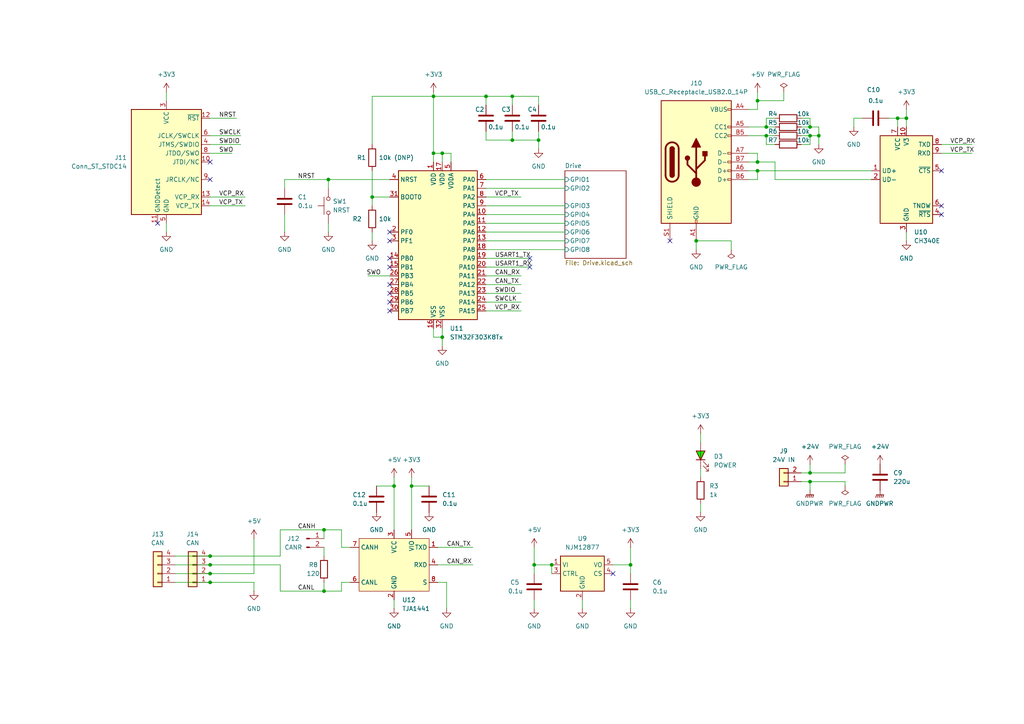
<source format=kicad_sch>
(kicad_sch (version 20231120) (generator "eeschema") (generator_version "8.0")
  (paper "A4")
  (lib_symbols
    (symbol "+24V_1" (power) (pin_numbers hide) (pin_names (offset 0) hide)
      (property "Value" "+24V" (at 0 3.556 0))
      (symbol "+24V_1_0_1"
        (polyline (pts (xy -0.762 1.27) (xy 0 2.54)))
        (polyline (pts (xy 0 0) (xy 0 2.54)))
        (polyline (pts (xy 0 2.54) (xy 0.762 1.27)))
      )
      (symbol "+24V_1_1_1"
        (pin power_in line (at 0 0 90) (length 0) (name "~") (number "1"))
      )
    )
    (symbol "+24V_2" (power) (pin_numbers hide) (pin_names (offset 0) hide)
      (property "Value" "+24V" (at 0 3.556 0))
      (symbol "+24V_2_0_1"
        (polyline (pts (xy -0.762 1.27) (xy 0 2.54)))
        (polyline (pts (xy 0 0) (xy 0 2.54)))
        (polyline (pts (xy 0 2.54) (xy 0.762 1.27)))
      )
      (symbol "+24V_2_1_1"
        (pin power_in line (at 0 0 90) (length 0) (name "~") (number "1"))
      )
    )
    (symbol "Air:NJM12877"
      (property "Reference" "U" (at 0 6.35 0))
      (property "Value" "NJM12877" (at 0 3.81 0))
      (symbol "NJM12877_1_1"
        (rectangle (start -6.35 2.54) (end 6.35 -7.62) (stroke (width 0.254)) (fill (type background)))
        (pin power_in line (at -8.89 0 0) (length 2.54) (name "VI") (number "1"))
        (pin power_in line (at 0 -10.16 90) (length 2.54) (name "GND") (number "2"))
        (pin passive line (at -8.89 -2.54 0) (length 2.54) (name "CTRL") (number "3"))
        (pin passive line (at 8.89 -2.54 180) (length 2.54) (name "CS") (number "4"))
        (pin power_out line (at 8.89 0 180) (length 2.54) (name "VO") (number "5"))
      )
    )
    (symbol "Air:TJA1441"
      (property "Reference" "U" (at -8.89 11.43 0))
      (property "Value" "TJA1441" (at -6.35 8.89 0))
      (symbol "TJA1441_1_1"
        (rectangle (start -10.16 7.62) (end 10.16 -7.62) (fill (type background)))
        (pin passive line (at 12.7 5.08 180) (length 2.54) (name "TXD") (number "1"))
        (pin power_in line (at 0 -10.16 90) (length 2.54) (name "GND") (number "2"))
        (pin power_in line (at 0 10.16 270) (length 2.54) (name "VCC") (number "3"))
        (pin passive line (at 12.7 0 180) (length 2.54) (name "RXD") (number "4"))
        (pin passive line (at 5.08 10.16 270) (length 2.54) (name "VIO") (number "5"))
        (pin passive line (at -12.7 -5.08 0) (length 2.54) (name "CANL") (number "6"))
        (pin passive line (at -12.7 5.08 0) (length 2.54) (name "CANH") (number "7"))
        (pin passive line (at 12.7 -5.08 180) (length 2.54) (name "S") (number "8"))
      )
    )
    (symbol "Connector:Conn_01x02_Pin" (pin_names (offset 1.016) hide)
      (property "Reference" "J" (at 0 2.54 0))
      (property "Value" "Conn_01x02_Pin" (at 0 -5.08 0))
      (symbol "Conn_01x02_Pin_1_1"
        (polyline (pts (xy 1.27 -2.54) (xy 0.8636 -2.54)) (stroke (width 0.1524)))
        (polyline (pts (xy 1.27 0) (xy 0.8636 0)) (stroke (width 0.1524)))
        (rectangle (start 0.8636 -2.413) (end 0 -2.667) (stroke (width 0.1524)) (fill (type outline)))
        (rectangle (start 0.8636 0.127) (end 0 -0.127) (stroke (width 0.1524)) (fill (type outline)))
        (pin passive line (at 5.08 0 180) (length 3.81) (name "Pin_1") (number "1"))
        (pin passive line (at 5.08 -2.54 180) (length 3.81) (name "Pin_2") (number "2"))
      )
    )
    (symbol "Connector:Conn_ST_STDC14"
      (property "Reference" "J" (at -8.89 16.51 0))
      (property "Value" "Conn_ST_STDC14" (at 17.78 16.51 0))
      (symbol "Conn_ST_STDC14_0_1"
        (rectangle (start -10.16 15.24) (end 10.16 -15.24) (stroke (width 0.254)) (fill (type background)))
      )
      (symbol "Conn_ST_STDC14_1_1"
        (pin no_connect line (at -10.16 5.08 0) (length 2.54) hide (name "NC") (number "1"))
        (pin output line (at 12.7 0 180) (length 2.54) (name "JTDI/NC") (number "10"))
        (pin passive line (at -2.54 -17.78 90) (length 2.54) (name "GNDDetect") (number "11"))
        (pin open_collector line (at 12.7 12.7 180) (length 2.54) (name "~{RST}") (number "12"))
        (pin output line (at 12.7 -10.16 180) (length 2.54) (name "VCP_RX") (number "13"))
        (pin input line (at 12.7 -12.7 180) (length 2.54) (name "VCP_TX") (number "14"))
        (pin no_connect line (at -10.16 2.54 0) (length 2.54) hide (name "NC") (number "2"))
        (pin power_in line (at 0 17.78 270) (length 2.54) (name "VCC") (number "3"))
        (pin bidirectional line (at 12.7 5.08 180) (length 2.54) (name "JTMS/SWDIO") (number "4"))
        (pin power_in line (at 0 -17.78 90) (length 2.54) (name "GND") (number "5"))
        (pin output line (at 12.7 7.62 180) (length 2.54) (name "JCLK/SWCLK") (number "6"))
        (pin passive line (at 0 -17.78 90) (length 2.54) hide (name "GND") (number "7"))
        (pin input line (at 12.7 2.54 180) (length 2.54) (name "JTDO/SWO") (number "8"))
        (pin input line (at 12.7 -5.08 180) (length 2.54) (name "JRCLK/NC") (number "9"))
      )
    )
    (symbol "Connector:USB_C_Receptacle_USB2.0_14P" (pin_names (offset 1.016))
      (property "Reference" "J" (at 0 22.225 0))
      (property "Value" "USB_C_Receptacle_USB2.0_14P" (at 0 19.685 0))
      (symbol "USB_C_Receptacle_USB2.0_14P_0_0"
        (rectangle (start -0.254 -17.78) (end 0.254 -16.764))
        (rectangle (start 10.16 -4.826) (end 9.144 -5.334))
        (rectangle (start 10.16 -2.286) (end 9.144 -2.794))
        (rectangle (start 10.16 0.254) (end 9.144 -0.254))
        (rectangle (start 10.16 2.794) (end 9.144 2.286))
        (rectangle (start 10.16 7.874) (end 9.144 7.366))
        (rectangle (start 10.16 10.414) (end 9.144 9.906))
        (rectangle (start 10.16 15.494) (end 9.144 14.986))
      )
      (symbol "USB_C_Receptacle_USB2.0_14P_0_1"
        (rectangle (start -10.16 17.78) (end 10.16 -17.78) (stroke (width 0.254)) (fill (type background)))
        (arc (start -8.89 -3.81) (mid -6.985 -5.7067) (end -5.08 -3.81) (stroke (width 0.508)))
        (arc (start -7.62 -3.81) (mid -6.985 -4.4423) (end -6.35 -3.81) (stroke (width 0.254)))
        (arc (start -7.62 -3.81) (mid -6.985 -4.4423) (end -6.35 -3.81) (stroke (width 0.254)) (fill (type outline)))
        (rectangle (start -7.62 -3.81) (end -6.35 3.81) (stroke (width 0.254)) (fill (type outline)))
        (arc (start -6.35 3.81) (mid -6.985 4.4423) (end -7.62 3.81) (stroke (width 0.254)))
        (arc (start -6.35 3.81) (mid -6.985 4.4423) (end -7.62 3.81) (stroke (width 0.254)) (fill (type outline)))
        (arc (start -5.08 3.81) (mid -6.985 5.7067) (end -8.89 3.81) (stroke (width 0.508)))
        (circle (center -2.54 1.143) (radius 0.635) (stroke (width 0.254)) (fill (type outline)))
        (circle (center 0 -5.842) (radius 1.27) (fill (type outline)))
        (polyline (pts (xy -8.89 -3.81) (xy -8.89 3.81)) (stroke (width 0.508)))
        (polyline (pts (xy -5.08 3.81) (xy -5.08 -3.81)) (stroke (width 0.508)))
        (polyline (pts (xy 0 -5.842) (xy 0 4.318)) (stroke (width 0.508)))
        (polyline (pts (xy 0 -3.302) (xy -2.54 -0.762) (xy -2.54 0.508)) (stroke (width 0.508)))
        (polyline (pts (xy 0 -2.032) (xy 2.54 0.508) (xy 2.54 1.778)) (stroke (width 0.508)))
        (polyline (pts (xy -1.27 4.318) (xy 0 6.858) (xy 1.27 4.318) (xy -1.27 4.318)) (stroke (width 0.254)) (fill (type outline)))
        (rectangle (start 1.905 1.778) (end 3.175 3.048) (stroke (width 0.254)) (fill (type outline)))
      )
      (symbol "USB_C_Receptacle_USB2.0_14P_1_1"
        (pin passive line (at 0 -22.86 90) (length 5.08) (name "GND") (number "A1"))
        (pin passive line (at 0 -22.86 90) (length 5.08) hide (name "GND") (number "A12"))
        (pin passive line (at 15.24 15.24 180) (length 5.08) (name "VBUS") (number "A4"))
        (pin bidirectional line (at 15.24 10.16 180) (length 5.08) (name "CC1") (number "A5"))
        (pin bidirectional line (at 15.24 -2.54 180) (length 5.08) (name "D+") (number "A6"))
        (pin bidirectional line (at 15.24 2.54 180) (length 5.08) (name "D-") (number "A7"))
        (pin passive line (at 15.24 15.24 180) (length 5.08) hide (name "VBUS") (number "A9"))
        (pin passive line (at 0 -22.86 90) (length 5.08) hide (name "GND") (number "B1"))
        (pin passive line (at 0 -22.86 90) (length 5.08) hide (name "GND") (number "B12"))
        (pin passive line (at 15.24 15.24 180) (length 5.08) hide (name "VBUS") (number "B4"))
        (pin bidirectional line (at 15.24 7.62 180) (length 5.08) (name "CC2") (number "B5"))
        (pin bidirectional line (at 15.24 -5.08 180) (length 5.08) (name "D+") (number "B6"))
        (pin bidirectional line (at 15.24 0 180) (length 5.08) (name "D-") (number "B7"))
        (pin passive line (at 15.24 15.24 180) (length 5.08) hide (name "VBUS") (number "B9"))
        (pin passive line (at -7.62 -22.86 90) (length 5.08) (name "SHIELD") (number "S1"))
      )
    )
    (symbol "Connector_Generic:Conn_01x02" (pin_names (offset 1.016) hide)
      (property "Reference" "J" (at 0 2.54 0))
      (property "Value" "Conn_01x02" (at 0 -5.08 0))
      (symbol "Conn_01x02_1_1"
        (rectangle (start -1.27 -2.413) (end 0 -2.667) (stroke (width 0.1524)))
        (rectangle (start -1.27 0.127) (end 0 -0.127) (stroke (width 0.1524)))
        (rectangle (start -1.27 1.27) (end 1.27 -3.81) (stroke (width 0.254)) (fill (type background)))
        (pin passive line (at -5.08 0 0) (length 3.81) (name "Pin_1") (number "1"))
        (pin passive line (at -5.08 -2.54 0) (length 3.81) (name "Pin_2") (number "2"))
      )
    )
    (symbol "Connector_Generic:Conn_01x04" (pin_names (offset 1.016) hide)
      (property "Reference" "J" (at 0 5.08 0))
      (property "Value" "Conn_01x04" (at 0 -7.62 0))
      (symbol "Conn_01x04_1_1"
        (rectangle (start -1.27 -4.953) (end 0 -5.207) (stroke (width 0.1524)))
        (rectangle (start -1.27 -2.413) (end 0 -2.667) (stroke (width 0.1524)))
        (rectangle (start -1.27 0.127) (end 0 -0.127) (stroke (width 0.1524)))
        (rectangle (start -1.27 2.667) (end 0 2.413) (stroke (width 0.1524)))
        (rectangle (start -1.27 3.81) (end 1.27 -6.35) (stroke (width 0.254)) (fill (type background)))
        (pin passive line (at -5.08 2.54 0) (length 3.81) (name "Pin_1") (number "1"))
        (pin passive line (at -5.08 0 0) (length 3.81) (name "Pin_2") (number "2"))
        (pin passive line (at -5.08 -2.54 0) (length 3.81) (name "Pin_3") (number "3"))
        (pin passive line (at -5.08 -5.08 0) (length 3.81) (name "Pin_4") (number "4"))
      )
    )
    (symbol "Device:C" (pin_numbers hide) (pin_names (offset 0.254))
      (property "Reference" "C" (at 0.635 2.54 0))
      (property "Value" "C" (at 0.635 -2.54 0))
      (symbol "C_0_1"
        (polyline (pts (xy -2.032 -0.762) (xy 2.032 -0.762)) (stroke (width 0.508)))
        (polyline (pts (xy -2.032 0.762) (xy 2.032 0.762)) (stroke (width 0.508)))
      )
      (symbol "C_1_1"
        (pin passive line (at 0 3.81 270) (length 2.794) (name "~") (number "1"))
        (pin passive line (at 0 -3.81 90) (length 2.794) (name "~") (number "2"))
      )
    )
    (symbol "Device:LED" (pin_numbers hide) (pin_names (offset 1.016) hide)
      (property "Reference" "D3" (at -0.3174 -3.81 90))
      (property "Value" "POWER" (at -2.8574 -3.81 90))
      (symbol "LED_0_1"
        (polyline (pts (xy -1.27 -1.27) (xy -1.27 1.27)) (stroke (width 0.254)))
        (polyline (pts (xy -1.27 0) (xy 1.27 0)))
        (polyline (pts (xy 1.27 -1.27) (xy 1.27 1.27) (xy -1.27 0) (xy 1.27 -1.27)) (stroke (width 0.254)) (fill (type color) (color 0 255 0 1)))
        (polyline (pts (xy -3.048 -0.762) (xy -4.572 -2.286) (xy -3.81 -2.286) (xy -4.572 -2.286) (xy -4.572 -1.524)))
        (polyline (pts (xy -1.778 -0.762) (xy -3.302 -2.286) (xy -2.54 -2.286) (xy -3.302 -2.286) (xy -3.302 -1.524)))
      )
      (symbol "LED_1_1"
        (pin passive line (at -3.81 0 0) (length 2.54) (name "K") (number "1"))
        (pin passive line (at 3.81 0 180) (length 2.54) (name "A") (number "2"))
      )
    )
    (symbol "Device:R" (pin_numbers hide) (pin_names (offset 0))
      (property "Reference" "R" (at 2.032 0 90))
      (property "Value" "R" (at 0 0 90))
      (symbol "R_0_1"
        (rectangle (start -1.016 -2.54) (end 1.016 2.54) (stroke (width 0.254)))
      )
      (symbol "R_1_1"
        (pin passive line (at 0 3.81 270) (length 1.27) (name "~") (number "1"))
        (pin passive line (at 0 -3.81 90) (length 1.27) (name "~") (number "2"))
      )
    )
    (symbol "GNDPWR_1" (power) (pin_numbers hide) (pin_names (offset 0) hide)
      (property "Value" "GNDPWR" (at 0 -3.302 0))
      (symbol "GNDPWR_1_0_1"
        (polyline (pts (xy 0 -1.27) (xy 0 0)))
        (polyline (pts (xy -1.016 -1.27) (xy -1.27 -2.032) (xy -1.27 -2.032)) (stroke (width 0.2032)))
        (polyline (pts (xy -0.508 -1.27) (xy -0.762 -2.032) (xy -0.762 -2.032)) (stroke (width 0.2032)))
        (polyline (pts (xy 0 -1.27) (xy -0.254 -2.032) (xy -0.254 -2.032)) (stroke (width 0.2032)))
        (polyline (pts (xy 0.508 -1.27) (xy 0.254 -2.032) (xy 0.254 -2.032)) (stroke (width 0.2032)))
        (polyline (pts (xy 1.016 -1.27) (xy -1.016 -1.27) (xy -1.016 -1.27)) (stroke (width 0.2032)))
        (polyline (pts (xy 1.016 -1.27) (xy 0.762 -2.032) (xy 0.762 -2.032) (xy 0.762 -2.032)) (stroke (width 0.2032)))
      )
      (symbol "GNDPWR_1_1_1"
        (pin power_in line (at 0 0 270) (length 0) (name "~") (number "1"))
      )
    )
    (symbol "GND_2" (power) (pin_numbers hide) (pin_names (offset 0) hide)
      (property "Value" "GND" (at 0 -3.81 0))
      (symbol "GND_2_0_1"
        (polyline (pts (xy 0 0) (xy 0 -1.27) (xy 1.27 -1.27) (xy 0 -2.54) (xy -1.27 -1.27) (xy 0 -1.27)))
      )
      (symbol "GND_2_1_1"
        (pin power_in line (at 0 0 270) (length 0) (name "~") (number "1"))
      )
    )
    (symbol "GND_3" (power) (pin_numbers hide) (pin_names (offset 0) hide)
      (property "Value" "GND" (at 0 -3.81 0))
      (symbol "GND_3_0_1"
        (polyline (pts (xy 0 0) (xy 0 -1.27) (xy 1.27 -1.27) (xy 0 -2.54) (xy -1.27 -1.27) (xy 0 -1.27)))
      )
      (symbol "GND_3_1_1"
        (pin power_in line (at 0 0 270) (length 0) (name "~") (number "1"))
      )
    )
    (symbol "GND_4" (power) (pin_numbers hide) (pin_names (offset 0) hide)
      (property "Value" "GND" (at 0 -3.81 0))
      (symbol "GND_4_0_1"
        (polyline (pts (xy 0 0) (xy 0 -1.27) (xy 1.27 -1.27) (xy 0 -2.54) (xy -1.27 -1.27) (xy 0 -1.27)))
      )
      (symbol "GND_4_1_1"
        (pin power_in line (at 0 0 270) (length 0) (name "~") (number "1"))
      )
    )
    (symbol "GND_5" (power) (pin_numbers hide) (pin_names (offset 0) hide)
      (property "Value" "GND" (at 0 -3.81 0))
      (symbol "GND_5_0_1"
        (polyline (pts (xy 0 0) (xy 0 -1.27) (xy 1.27 -1.27) (xy 0 -2.54) (xy -1.27 -1.27) (xy 0 -1.27)))
      )
      (symbol "GND_5_1_1"
        (pin power_in line (at 0 0 270) (length 0) (name "~") (number "1"))
      )
    )
    (symbol "GND_6" (power) (pin_numbers hide) (pin_names (offset 0) hide)
      (property "Value" "GND" (at 0 -3.81 0))
      (symbol "GND_6_0_1"
        (polyline (pts (xy 0 0) (xy 0 -1.27) (xy 1.27 -1.27) (xy 0 -2.54) (xy -1.27 -1.27) (xy 0 -1.27)))
      )
      (symbol "GND_6_1_1"
        (pin power_in line (at 0 0 270) (length 0) (name "~") (number "1"))
      )
    )
    (symbol "Interface_USB:CH340E"
      (property "Reference" "U10" (at 2.1941 -15.24 0))
      (property "Value" "CH340E" (at 2.1941 -17.78 0))
      (symbol "CH340E_0_1"
        (rectangle (start -7.62 12.7) (end 7.62 -12.7) (stroke (width 0.254)) (fill (type background)))
      )
      (symbol "CH340E_1_1"
        (pin bidirectional line (at -10.16 2.54 0) (length 2.54) (name "UD+") (number "1"))
        (pin power_in line (at 0 15.24 270) (length 2.54) (name "V3") (number "10"))
        (pin bidirectional line (at -10.16 0 0) (length 2.54) (name "UD-") (number "2"))
        (pin power_in line (at 0 -15.24 90) (length 2.54) (name "GND") (number "3"))
        (pin output line (at 10.16 -10.16 180) (length 2.54) (name "~{RTS}") (number "4"))
        (pin input line (at 10.16 2.54 180) (length 2.54) (name "~{CTS}") (number "5"))
        (pin output line (at 10.16 -7.62 180) (length 2.54) (name "TNOW") (number "6"))
        (pin power_in line (at -2.54 15.24 270) (length 2.54) (name "VCC") (number "7"))
        (pin output line (at 10.16 10.16 180) (length 2.54) (name "TXD") (number "8"))
        (pin input line (at 10.16 7.62 180) (length 2.54) (name "RXD") (number "9"))
      )
    )
    (symbol "MCU_ST_STM32F3:STM32F303K8Tx"
      (property "Reference" "U" (at -12.7 21.59 0))
      (property "Value" "STM32F303K8Tx" (at 5.08 21.59 0))
      (symbol "STM32F303K8Tx_0_1"
        (rectangle (start -12.7 -22.86) (end 10.16 20.32) (stroke (width 0.254)) (fill (type background)))
      )
      (symbol "STM32F303K8Tx_1_1"
        (pin power_in line (at -2.54 22.86 270) (length 2.54) (name "VDD") (number "1"))
        (pin bidirectional line (at 12.7 7.62 180) (length 2.54) (name "PA4") (number "10"))
        (pin bidirectional line (at 12.7 5.08 180) (length 2.54) (name "PA5") (number "11"))
        (pin bidirectional line (at 12.7 2.54 180) (length 2.54) (name "PA6") (number "12"))
        (pin bidirectional line (at 12.7 0 180) (length 2.54) (name "PA7") (number "13"))
        (pin bidirectional line (at -15.24 -5.08 0) (length 2.54) (name "PB0") (number "14"))
        (pin bidirectional line (at -15.24 -7.62 0) (length 2.54) (name "PB1") (number "15"))
        (pin power_in line (at -2.54 -25.4 90) (length 2.54) (name "VSS") (number "16"))
        (pin power_in line (at 0 22.86 270) (length 2.54) (name "VDD") (number "17"))
        (pin bidirectional line (at 12.7 -2.54 180) (length 2.54) (name "PA8") (number "18"))
        (pin bidirectional line (at 12.7 -5.08 180) (length 2.54) (name "PA9") (number "19"))
        (pin input line (at -15.24 2.54 0) (length 2.54) (name "PF0") (number "2"))
        (pin bidirectional line (at 12.7 -7.62 180) (length 2.54) (name "PA10") (number "20"))
        (pin bidirectional line (at 12.7 -10.16 180) (length 2.54) (name "PA11") (number "21"))
        (pin bidirectional line (at 12.7 -12.7 180) (length 2.54) (name "PA12") (number "22"))
        (pin bidirectional line (at 12.7 -15.24 180) (length 2.54) (name "PA13") (number "23"))
        (pin bidirectional line (at 12.7 -17.78 180) (length 2.54) (name "PA14") (number "24"))
        (pin bidirectional line (at 12.7 -20.32 180) (length 2.54) (name "PA15") (number "25"))
        (pin bidirectional line (at -15.24 -10.16 0) (length 2.54) (name "PB3") (number "26"))
        (pin bidirectional line (at -15.24 -12.7 0) (length 2.54) (name "PB4") (number "27"))
        (pin bidirectional line (at -15.24 -15.24 0) (length 2.54) (name "PB5") (number "28"))
        (pin bidirectional line (at -15.24 -17.78 0) (length 2.54) (name "PB6") (number "29"))
        (pin input line (at -15.24 0 0) (length 2.54) (name "PF1") (number "3"))
        (pin bidirectional line (at -15.24 -20.32 0) (length 2.54) (name "PB7") (number "30"))
        (pin input line (at -15.24 12.7 0) (length 2.54) (name "BOOT0") (number "31"))
        (pin power_in line (at 0 -25.4 90) (length 2.54) (name "VSS") (number "32"))
        (pin input line (at -15.24 17.78 0) (length 2.54) (name "NRST") (number "4"))
        (pin power_in line (at 2.54 22.86 270) (length 2.54) (name "VDDA") (number "5"))
        (pin bidirectional line (at 12.7 17.78 180) (length 2.54) (name "PA0") (number "6"))
        (pin bidirectional line (at 12.7 15.24 180) (length 2.54) (name "PA1") (number "7"))
        (pin bidirectional line (at 12.7 12.7 180) (length 2.54) (name "PA2") (number "8"))
        (pin bidirectional line (at 12.7 10.16 180) (length 2.54) (name "PA3") (number "9"))
      )
    )
    (symbol "Switch:SW_Push" (pin_numbers hide) (pin_names (offset 1.016) hide)
      (property "Reference" "SW" (at 1.27 2.54 0))
      (property "Value" "SW_Push" (at 0 -1.524 0))
      (symbol "SW_Push_0_1"
        (circle (center -2.032 0) (radius 0.508))
        (polyline (pts (xy 0 1.27) (xy 0 3.048)))
        (polyline (pts (xy 2.54 1.27) (xy -2.54 1.27)))
        (circle (center 2.032 0) (radius 0.508))
        (pin passive line (at -5.08 0 0) (length 2.54) (name "1") (number "1"))
        (pin passive line (at 5.08 0 180) (length 2.54) (name "2") (number "2"))
      )
    )
    (symbol "power:+3V3" (power) (pin_numbers hide) (pin_names (offset 0) hide)
      (property "Value" "+3V3" (at 0 3.556 0))
      (symbol "+3V3_0_1"
        (polyline (pts (xy -0.762 1.27) (xy 0 2.54)))
        (polyline (pts (xy 0 0) (xy 0 2.54)))
        (polyline (pts (xy 0 2.54) (xy 0.762 1.27)))
      )
      (symbol "+3V3_1_1"
        (pin power_in line (at 0 0 90) (length 0) (name "~") (number "1"))
      )
    )
    (symbol "power:+5V" (power) (pin_numbers hide) (pin_names (offset 0) hide)
      (property "Value" "+5V" (at 0 3.556 0))
      (symbol "+5V_0_1"
        (polyline (pts (xy -0.762 1.27) (xy 0 2.54)))
        (polyline (pts (xy 0 0) (xy 0 2.54)))
        (polyline (pts (xy 0 2.54) (xy 0.762 1.27)))
      )
      (symbol "+5V_1_1"
        (pin power_in line (at 0 0 90) (length 0) (name "~") (number "1"))
      )
    )
    (symbol "power:GND" (power) (pin_numbers hide) (pin_names (offset 0) hide)
      (property "Value" "GND" (at 0 -3.81 0))
      (symbol "GND_0_1"
        (polyline (pts (xy 0 0) (xy 0 -1.27) (xy 1.27 -1.27) (xy 0 -2.54) (xy -1.27 -1.27) (xy 0 -1.27)))
      )
      (symbol "GND_1_1"
        (pin power_in line (at 0 0 270) (length 0) (name "~") (number "1"))
      )
    )
    (symbol "power:GNDPWR" (power) (pin_numbers hide) (pin_names (offset 0) hide)
      (property "Value" "GNDPWR" (at 0 -3.302 0))
      (symbol "GNDPWR_0_1"
        (polyline (pts (xy 0 -1.27) (xy 0 0)))
        (polyline (pts (xy -1.016 -1.27) (xy -1.27 -2.032) (xy -1.27 -2.032)) (stroke (width 0.2032)))
        (polyline (pts (xy -0.508 -1.27) (xy -0.762 -2.032) (xy -0.762 -2.032)) (stroke (width 0.2032)))
        (polyline (pts (xy 0 -1.27) (xy -0.254 -2.032) (xy -0.254 -2.032)) (stroke (width 0.2032)))
        (polyline (pts (xy 0.508 -1.27) (xy 0.254 -2.032) (xy 0.254 -2.032)) (stroke (width 0.2032)))
        (polyline (pts (xy 1.016 -1.27) (xy -1.016 -1.27) (xy -1.016 -1.27)) (stroke (width 0.2032)))
        (polyline (pts (xy 1.016 -1.27) (xy 0.762 -2.032) (xy 0.762 -2.032) (xy 0.762 -2.032)) (stroke (width 0.2032)))
      )
      (symbol "GNDPWR_1_1"
        (pin power_in line (at 0 0 270) (length 0) (name "~") (number "1"))
      )
    )
    (symbol "power:PWR_FLAG" (power) (pin_numbers hide) (pin_names (offset 0) hide)
      (property "Value" "PWR_FLAG" (at 0 3.81 0))
      (symbol "PWR_FLAG_0_0"
        (pin power_out line (at 0 0 90) (length 0) (name "~") (number "1"))
      )
      (symbol "PWR_FLAG_0_1"
        (polyline (pts (xy 0 0) (xy 0 1.27) (xy -1.016 1.905) (xy 0 2.54) (xy 1.016 1.905) (xy 0 1.27)))
      )
    )
  )
  (junction (at 148.59 27.94))
  (junction (at 234.95 39.37))
  (junction (at 95.25 52.07))
  (junction (at 125.73 44.45))
  (junction (at 148.59 40.64))
  (junction (at 60.96 163.83))
  (junction (at 234.95 137.16))
  (junction (at 154.94 163.83))
  (junction (at 93.98 153.67))
  (junction (at 260.35 34.29))
  (junction (at 219.71 29.21))
  (junction (at 234.95 36.83))
  (junction (at 234.95 139.7))
  (junction (at 107.95 57.15))
  (junction (at 262.89 34.29))
  (junction (at 160.02 163.83))
  (junction (at 128.27 44.45))
  (junction (at 182.88 163.83))
  (junction (at 222.25 36.83))
  (junction (at 60.96 166.37))
  (junction (at 219.71 49.53))
  (junction (at 222.25 39.37))
  (junction (at 60.96 161.29))
  (junction (at 156.21 40.64))
  (junction (at 114.3 140.97))
  (junction (at 140.97 27.94))
  (junction (at 201.93 69.85))
  (junction (at 219.71 46.99))
  (junction (at 237.49 39.37))
  (junction (at 125.73 27.94))
  (junction (at 128.27 97.79))
  (junction (at 93.98 171.45))
  (junction (at 119.38 140.97))
  (junction (at 60.96 168.91))
  (no_connect (at 113.03 90.17))
  (no_connect (at 194.31 69.85))
  (no_connect (at 60.96 46.99))
  (no_connect (at 113.03 85.09))
  (no_connect (at 113.03 74.93))
  (no_connect (at 273.05 62.23))
  (no_connect (at 113.03 69.85))
  (no_connect (at 273.05 59.69))
  (no_connect (at 153.67 74.93))
  (no_connect (at 113.03 77.47))
  (no_connect (at 45.72 64.77))
  (no_connect (at 273.05 49.53))
  (no_connect (at 153.67 77.47))
  (no_connect (at 113.03 82.55))
  (no_connect (at 113.03 87.63))
  (no_connect (at 60.96 52.07))
  (no_connect (at 177.8 166.37))
  (no_connect (at 113.03 67.31))
  (wire (pts (xy 182.88 163.83) (xy 182.88 166.37)))
  (wire (pts (xy 154.94 163.83) (xy 154.94 158.75)))
  (wire (pts (xy 82.55 62.23) (xy 82.55 67.31)))
  (wire (pts (xy 99.06 158.75) (xy 101.6 158.75)))
  (wire (pts (xy 50.8 168.91) (xy 60.96 168.91)))
  (wire (pts (xy 140.97 72.39) (xy 163.83 72.39)))
  (wire (pts (xy 234.95 41.91) (xy 234.95 39.37)))
  (wire (pts (xy 140.97 57.15) (xy 151.13 57.15)))
  (wire (pts (xy 48.26 26.67) (xy 48.26 29.21)))
  (wire (pts (xy 95.25 54.61) (xy 95.25 52.07)))
  (wire (pts (xy 109.22 140.97) (xy 114.3 140.97)))
  (wire (pts (xy 50.8 161.29) (xy 60.96 161.29)))
  (wire (pts (xy 128.27 95.25) (xy 128.27 97.79)))
  (wire (pts (xy 50.8 163.83) (xy 60.96 163.83)))
  (wire (pts (xy 140.97 74.93) (xy 153.67 74.93)))
  (wire (pts (xy 237.49 39.37) (xy 237.49 36.83)))
  (wire (pts (xy 201.93 69.85) (xy 201.93 72.39)))
  (wire (pts (xy 60.96 57.15) (xy 71.12 57.15)))
  (wire (pts (xy 140.97 85.09) (xy 151.13 85.09)))
  (wire (pts (xy 119.38 138.43) (xy 119.38 140.97)))
  (wire (pts (xy 140.97 30.48) (xy 140.97 27.94)))
  (wire (pts (xy 140.97 77.47) (xy 153.67 77.47)))
  (wire (pts (xy 140.97 27.94) (xy 148.59 27.94)))
  (wire (pts (xy 93.98 171.45) (xy 81.28 171.45)))
  (wire (pts (xy 148.59 27.94) (xy 156.21 27.94)))
  (wire (pts (xy 156.21 38.1) (xy 156.21 40.64)))
  (wire (pts (xy 60.96 163.83) (xy 81.28 163.83)))
  (wire (pts (xy 140.97 59.69) (xy 163.83 59.69)))
  (wire (pts (xy 234.95 139.7) (xy 234.95 142.24)))
  (wire (pts (xy 93.98 153.67) (xy 81.28 153.67)))
  (wire (pts (xy 224.79 52.07) (xy 252.73 52.07)))
  (wire (pts (xy 250.19 34.29) (xy 247.65 34.29)))
  (wire (pts (xy 60.96 34.29) (xy 68.58 34.29)))
  (wire (pts (xy 93.98 171.45) (xy 99.06 171.45)))
  (wire (pts (xy 119.38 140.97) (xy 119.38 153.67)))
  (wire (pts (xy 257.81 34.29) (xy 260.35 34.29)))
  (wire (pts (xy 260.35 34.29) (xy 260.35 36.83)))
  (wire (pts (xy 99.06 168.91) (xy 99.06 171.45)))
  (wire (pts (xy 245.11 137.16) (xy 234.95 137.16)))
  (wire (pts (xy 125.73 44.45) (xy 125.73 46.99)))
  (wire (pts (xy 125.73 27.94) (xy 125.73 44.45)))
  (wire (pts (xy 219.71 26.67) (xy 219.71 29.21)))
  (wire (pts (xy 148.59 40.64) (xy 148.59 38.1)))
  (wire (pts (xy 140.97 52.07) (xy 163.83 52.07)))
  (wire (pts (xy 81.28 153.67) (xy 81.28 161.29)))
  (wire (pts (xy 203.2 125.73) (xy 203.2 128.27)))
  (wire (pts (xy 222.25 34.29) (xy 222.25 36.83)))
  (wire (pts (xy 127 163.83) (xy 137.16 163.83)))
  (wire (pts (xy 212.09 72.39) (xy 212.09 69.85)))
  (wire (pts (xy 224.79 34.29) (xy 222.25 34.29)))
  (wire (pts (xy 219.71 29.21) (xy 219.71 31.75)))
  (wire (pts (xy 93.98 158.75) (xy 93.98 161.29)))
  (wire (pts (xy 130.81 46.99) (xy 130.81 44.45)))
  (wire (pts (xy 156.21 40.64) (xy 156.21 43.18)))
  (wire (pts (xy 156.21 40.64) (xy 148.59 40.64)))
  (wire (pts (xy 245.11 134.62) (xy 245.11 137.16)))
  (wire (pts (xy 125.73 27.94) (xy 140.97 27.94)))
  (wire (pts (xy 73.66 156.21) (xy 73.66 166.37)))
  (wire (pts (xy 125.73 26.67) (xy 125.73 27.94)))
  (wire (pts (xy 273.05 44.45) (xy 281.94 44.45)))
  (wire (pts (xy 128.27 44.45) (xy 130.81 44.45)))
  (wire (pts (xy 262.89 34.29) (xy 262.89 36.83)))
  (wire (pts (xy 124.46 140.97) (xy 119.38 140.97)))
  (wire (pts (xy 245.11 140.97) (xy 245.11 139.7)))
  (wire (pts (xy 224.79 41.91) (xy 222.25 41.91)))
  (wire (pts (xy 125.73 95.25) (xy 125.73 97.79)))
  (wire (pts (xy 232.41 137.16) (xy 234.95 137.16)))
  (wire (pts (xy 217.17 49.53) (xy 219.71 49.53)))
  (wire (pts (xy 106.68 80.01) (xy 113.03 80.01)))
  (wire (pts (xy 182.88 158.75) (xy 182.88 163.83)))
  (wire (pts (xy 219.71 52.07) (xy 217.17 52.07)))
  (wire (pts (xy 182.88 173.99) (xy 182.88 176.53)))
  (wire (pts (xy 219.71 49.53) (xy 219.71 52.07)))
  (wire (pts (xy 129.54 168.91) (xy 127 168.91)))
  (wire (pts (xy 140.97 38.1) (xy 140.97 40.64)))
  (wire (pts (xy 93.98 168.91) (xy 93.98 171.45)))
  (wire (pts (xy 160.02 163.83) (xy 160.02 166.37)))
  (wire (pts (xy 107.95 41.91) (xy 107.95 27.94)))
  (wire (pts (xy 60.96 161.29) (xy 81.28 161.29)))
  (wire (pts (xy 201.93 69.85) (xy 212.09 69.85)))
  (wire (pts (xy 114.3 140.97) (xy 114.3 153.67)))
  (wire (pts (xy 125.73 44.45) (xy 128.27 44.45)))
  (wire (pts (xy 160.02 163.83) (xy 154.94 163.83)))
  (wire (pts (xy 154.94 166.37) (xy 154.94 163.83)))
  (wire (pts (xy 222.25 39.37) (xy 224.79 39.37)))
  (wire (pts (xy 177.8 163.83) (xy 182.88 163.83)))
  (wire (pts (xy 60.96 59.69) (xy 71.12 59.69)))
  (wire (pts (xy 140.97 80.01) (xy 151.13 80.01)))
  (wire (pts (xy 140.97 87.63) (xy 151.13 87.63)))
  (wire (pts (xy 95.25 52.07) (xy 113.03 52.07)))
  (wire (pts (xy 273.05 41.91) (xy 281.94 41.91)))
  (wire (pts (xy 140.97 54.61) (xy 163.83 54.61)))
  (wire (pts (xy 262.89 31.75) (xy 262.89 34.29)))
  (wire (pts (xy 219.71 44.45) (xy 219.71 46.99)))
  (wire (pts (xy 222.25 39.37) (xy 217.17 39.37)))
  (wire (pts (xy 128.27 100.33) (xy 128.27 97.79)))
  (wire (pts (xy 107.95 57.15) (xy 107.95 59.69)))
  (wire (pts (xy 262.89 34.29) (xy 260.35 34.29)))
  (wire (pts (xy 73.66 168.91) (xy 73.66 171.45)))
  (wire (pts (xy 140.97 40.64) (xy 148.59 40.64)))
  (wire (pts (xy 232.41 36.83) (xy 234.95 36.83)))
  (wire (pts (xy 125.73 97.79) (xy 128.27 97.79)))
  (wire (pts (xy 127 158.75) (xy 137.16 158.75)))
  (wire (pts (xy 107.95 57.15) (xy 113.03 57.15)))
  (wire (pts (xy 234.95 34.29) (xy 234.95 36.83)))
  (wire (pts (xy 93.98 153.67) (xy 99.06 153.67)))
  (wire (pts (xy 114.3 138.43) (xy 114.3 140.97)))
  (wire (pts (xy 219.71 29.21) (xy 227.33 29.21)))
  (wire (pts (xy 82.55 52.07) (xy 95.25 52.07)))
  (wire (pts (xy 60.96 44.45) (xy 67.31 44.45)))
  (wire (pts (xy 48.26 64.77) (xy 48.26 67.31)))
  (wire (pts (xy 82.55 52.07) (xy 82.55 54.61)))
  (wire (pts (xy 140.97 67.31) (xy 163.83 67.31)))
  (wire (pts (xy 219.71 31.75) (xy 217.17 31.75)))
  (wire (pts (xy 227.33 26.67) (xy 227.33 29.21)))
  (wire (pts (xy 81.28 163.83) (xy 81.28 171.45)))
  (wire (pts (xy 245.11 139.7) (xy 234.95 139.7)))
  (wire (pts (xy 232.41 34.29) (xy 234.95 34.29)))
  (wire (pts (xy 107.95 49.53) (xy 107.95 57.15)))
  (wire (pts (xy 232.41 41.91) (xy 234.95 41.91)))
  (wire (pts (xy 148.59 27.94) (xy 148.59 30.48)))
  (wire (pts (xy 60.96 41.91) (xy 69.85 41.91)))
  (wire (pts (xy 247.65 34.29) (xy 247.65 36.83)))
  (wire (pts (xy 107.95 67.31) (xy 107.95 69.85)))
  (wire (pts (xy 140.97 69.85) (xy 163.83 69.85)))
  (wire (pts (xy 156.21 27.94) (xy 156.21 30.48)))
  (wire (pts (xy 99.06 168.91) (xy 101.6 168.91)))
  (wire (pts (xy 222.25 36.83) (xy 217.17 36.83)))
  (wire (pts (xy 129.54 176.53) (xy 129.54 168.91)))
  (wire (pts (xy 140.97 82.55) (xy 151.13 82.55)))
  (wire (pts (xy 222.25 41.91) (xy 222.25 39.37)))
  (wire (pts (xy 203.2 135.89) (xy 203.2 138.43)))
  (wire (pts (xy 95.25 64.77) (xy 95.25 67.31)))
  (wire (pts (xy 107.95 27.94) (xy 125.73 27.94)))
  (wire (pts (xy 128.27 44.45) (xy 128.27 46.99)))
  (wire (pts (xy 140.97 90.17) (xy 151.13 90.17)))
  (wire (pts (xy 219.71 46.99) (xy 224.79 46.99)))
  (wire (pts (xy 60.96 168.91) (xy 73.66 168.91)))
  (wire (pts (xy 99.06 158.75) (xy 99.06 153.67)))
  (wire (pts (xy 262.89 67.31) (xy 262.89 69.85)))
  (wire (pts (xy 232.41 39.37) (xy 234.95 39.37)))
  (wire (pts (xy 217.17 44.45) (xy 219.71 44.45)))
  (wire (pts (xy 237.49 39.37) (xy 237.49 41.91)))
  (wire (pts (xy 140.97 62.23) (xy 163.83 62.23)))
  (wire (pts (xy 50.8 166.37) (xy 60.96 166.37)))
  (wire (pts (xy 222.25 36.83) (xy 224.79 36.83)))
  (wire (pts (xy 219.71 49.53) (xy 252.73 49.53)))
  (wire (pts (xy 232.41 139.7) (xy 234.95 139.7)))
  (wire (pts (xy 234.95 39.37) (xy 237.49 39.37)))
  (wire (pts (xy 93.98 153.67) (xy 93.98 156.21)))
  (wire (pts (xy 114.3 173.99) (xy 114.3 176.53)))
  (wire (pts (xy 217.17 46.99) (xy 219.71 46.99)))
  (wire (pts (xy 154.94 173.99) (xy 154.94 176.53)))
  (wire (pts (xy 60.96 39.37) (xy 69.85 39.37)))
  (wire (pts (xy 140.97 64.77) (xy 163.83 64.77)))
  (wire (pts (xy 73.66 166.37) (xy 60.96 166.37)))
  (wire (pts (xy 224.79 52.07) (xy 224.79 46.99)))
  (wire (pts (xy 234.95 36.83) (xy 237.49 36.83)))
  (wire (pts (xy 168.91 173.99) (xy 168.91 176.53)))
  (wire (pts (xy 234.95 137.16) (xy 234.95 134.62)))
  (wire (pts (xy 203.2 146.05) (xy 203.2 148.59)))
  (label "CAN_RX" (at 129.54 163.83 0))
  (label "VCP_TX" (at 143.51 57.15 0))
  (label "CANH" (at 86.36 153.67 0))
  (label "VCP_TX" (at 63.5 59.69 0))
  (label "NRST" (at 86.36 52.07 0))
  (label "SWDIO" (at 63.5 41.91 0))
  (label "SWCLK" (at 63.5 39.37 0))
  (label "USART1_TX" (at 143.51 74.93 0))
  (label "SWDIO" (at 143.51 85.09 0))
  (label "VCP_RX" (at 143.51 90.17 0))
  (label "VCP_RX" (at 63.5 57.15 0))
  (label "VCP_RX" (at 275.59 41.91 0))
  (label "SWO" (at 110.49 80.01 180))
  (label "VCP_TX" (at 275.59 44.45 0))
  (label "CAN_TX" (at 143.51 82.55 0))
  (label "NRST" (at 63.5 34.29 0))
  (label "CANL" (at 86.36 171.45 0))
  (label "USART1_RX" (at 143.51 77.47 0))
  (label "CAN_TX" (at 129.54 158.75 0))
  (label "SWCLK" (at 143.51 87.63 0))
  (label "CAN_RX" (at 143.51 80.01 0))
  (label "SWO" (at 63.5 44.45 0))
  (symbol (lib_name "GND_6") (lib_id "power:GND") (at 182.88 176.53 0) (unit 1)
    (property "Reference" "#PWR055" (effects (hide yes)))
    (property "Value" "GND" (at 182.88 181.61 0))
    (property "Description" "Power symbol creates a global label with name \"GND\" , ground" (effects (hide yes)))
  )
  (symbol (lib_id "power:GNDPWR") (at 255.27 142.24 0) (unit 1)
    (property "Reference" "#PWR030" (effects (hide yes)))
    (property "Value" "GNDPWR" (at 255.143 146.05 0))
    (property "Description" "Power symbol creates a global label with name \"GNDPWR\" , global ground" (effects (hide yes)))
  )
  (symbol (lib_id "power:GND") (at 247.65 36.83 0) (unit 1)
    (property "Reference" "#PWR048" (effects (hide yes)))
    (property "Value" "GND" (at 247.65 41.91 0))
    (property "Description" "Power symbol creates a global label with name \"GND\" , ground" (effects (hide yes)))
  )
  (symbol (lib_id "Device:C") (at 124.46 144.78 0) (unit 1)
    (property "Reference" "C11" (at 128.27 143.51 0) (effects (justify left)))
    (property "Value" "0.1u" (at 128.27 146.05 0) (effects (justify left)))
    (property "Footprint" "Capacitor_SMD:C_0603_1608Metric_Pad1.08x0.95mm_HandSolder" (effects (hide yes)))
    (property "Description" "Unpolarized capacitor" (effects (hide yes)))
  )
  (symbol (lib_name "GND_3") (lib_id "power:GND") (at 107.95 69.85 0) (unit 1)
    (property "Reference" "#PWR04" (effects (hide yes)))
    (property "Value" "GND" (at 107.95 74.93 0))
    (property "Description" "Power symbol creates a global label with name \"GND\" , ground" (effects (hide yes)))
  )
  (symbol (lib_id "power:+5V") (at 73.66 156.21 0) (unit 1)
    (property "Reference" "#PWR021" (effects (hide yes)))
    (property "Value" "+5V" (at 73.66 151.13 0))
    (property "Description" "Power symbol creates a global label with name \"+5V\"" (effects (hide yes)))
  )
  (symbol (lib_name "GND_3") (lib_id "power:GND") (at 82.55 67.31 0) (unit 1)
    (property "Reference" "#PWR08" (effects (hide yes)))
    (property "Value" "GND" (at 82.55 72.39 0))
    (property "Description" "Power symbol creates a global label with name \"GND\" , ground" (effects (hide yes)))
  )
  (symbol (lib_name "GND_4") (lib_id "power:GND") (at 48.26 67.31 0) (unit 1)
    (property "Reference" "#PWR09" (effects (hide yes)))
    (property "Value" "GND" (at 48.26 72.39 0))
    (property "Description" "Power symbol creates a global label with name \"GND\" , ground" (effects (hide yes)))
  )
  (symbol (lib_id "power:PWR_FLAG") (at 227.33 26.67 0) (unit 1)
    (property "Reference" "#FLG06" (effects (hide yes)))
    (property "Value" "PWR_FLAG" (at 227.33 21.59 0))
    (property "Description" "Special symbol for telling ERC where power comes from" (effects (hide yes)))
  )
  (symbol (lib_id "Air:NJM12877") (at 168.91 163.83 0) (unit 1)
    (property "Reference" "U9" (at 168.91 156.21 0))
    (property "Value" "NJM12877" (at 168.91 158.75 0))
    (property "Footprint" "Package_TO_SOT_SMD:SOT-23-5_HandSoldering" (effects (hide yes)))
    (property "Datasheet" "datasheets/njm12877.pdf" (effects (hide yes)))
  )
  (symbol (lib_id "Device:C") (at 154.94 170.18 0) (unit 1)
    (property "Reference" "C5" (at 147.955 168.91 0) (effects (justify left)))
    (property "Value" "0.1u" (at 147.32 171.45 0) (effects (justify left)))
    (property "Footprint" "Capacitor_SMD:C_0603_1608Metric_Pad1.08x0.95mm_HandSolder" (effects (hide yes)))
    (property "Description" "Unpolarized capacitor" (effects (hide yes)))
  )
  (symbol (lib_id "power:+3V3") (at 125.73 26.67 0) (unit 1)
    (property "Reference" "#PWR02" (effects (hide yes)))
    (property "Value" "+3V3" (at 125.73 21.59 0))
    (property "Description" "Power symbol creates a global label with name \"+3V3\"" (effects (hide yes)))
  )
  (symbol (lib_name "+24V_2") (lib_id "power:+24V") (at 255.27 134.62 0) (unit 1)
    (property "Reference" "#PWR029" (effects (hide yes)))
    (property "Value" "+24V" (at 255.27 129.54 0))
    (property "Description" "Power symbol creates a global label with name \"+24V\"" (effects (hide yes)))
  )
  (symbol (lib_id "Device:R") (at 107.95 63.5 0) (unit 1)
    (property "Reference" "R2" (at 102.235 63.5 0) (effects (justify left)))
    (property "Value" "10k" (at 109.855 63.5 0) (effects (justify left)))
    (property "Footprint" "Resistor_SMD:R_0603_1608Metric_Pad0.98x0.95mm_HandSolder" (effects (hide yes)))
    (property "Description" "Resistor" (effects (hide yes)))
  )
  (symbol (lib_name "GND_6") (lib_id "power:GND") (at 154.94 176.53 0) (unit 1)
    (property "Reference" "#PWR054" (effects (hide yes)))
    (property "Value" "GND" (at 154.94 181.61 0))
    (property "Description" "Power symbol creates a global label with name \"GND\" , ground" (effects (hide yes)))
  )
  (symbol (lib_id "power:PWR_FLAG") (at 245.11 134.62 0) (unit 1)
    (property "Reference" "#FLG01" (effects (hide yes)))
    (property "Value" "PWR_FLAG" (at 245.11 129.54 0))
    (property "Description" "Special symbol for telling ERC where power comes from" (effects (hide yes)))
  )
  (symbol (lib_id "power:GND") (at 128.27 100.33 0) (unit 1)
    (property "Reference" "#PWR052" (effects (hide yes)))
    (property "Value" "GND" (at 128.27 105.41 0))
    (property "Description" "Power symbol creates a global label with name \"GND\" , ground" (effects (hide yes)))
  )
  (symbol (lib_id "power:+3V3") (at 48.26 26.67 0) (unit 1)
    (property "Reference" "#PWR06" (effects (hide yes)))
    (property "Value" "+3V3" (at 48.26 21.59 0))
    (property "Description" "Power symbol creates a global label with name \"+3V3\"" (effects (hide yes)))
  )
  (symbol (lib_id "Device:LED") (at 203.2 132.08 90) (unit 1)
    (property "Reference" "D3" (at 207.01 132.3974 90) (effects (justify right)))
    (property "Value" "POWER" (at 207.01 134.9374 90) (effects (justify right)))
    (property "Footprint" "Diode_SMD:D_0603_1608Metric_Pad1.05x0.95mm_HandSolder" (effects (hide yes)))
    (property "Description" "Light emitting diode" (effects (hide yes)))
  )
  (symbol (lib_id "Device:C") (at 148.59 34.29 0) (unit 1)
    (property "Reference" "C3" (at 145.415 31.75 0) (effects (justify left)))
    (property "Value" "0.1u" (at 149.225 36.83 0) (effects (justify left)))
    (property "Footprint" "Capacitor_SMD:C_0603_1608Metric_Pad1.08x0.95mm_HandSolder" (effects (hide yes)))
    (property "Description" "Unpolarized capacitor" (effects (hide yes)))
  )
  (symbol (lib_id "power:PWR_FLAG") (at 212.09 72.39 180) (unit 1)
    (property "Reference" "#FLG05" (effects (hide yes)))
    (property "Value" "PWR_FLAG" (at 212.09 77.47 0))
    (property "Description" "Special symbol for telling ERC where power comes from" (effects (hide yes)))
  )
  (symbol (lib_id "Device:C") (at 255.27 138.43 0) (unit 1)
    (property "Reference" "C9" (at 259.08 137.1599 0) (effects (justify left)))
    (property "Value" "220u" (at 259.08 139.6999 0) (effects (justify left)))
    (property "Footprint" "Capacitor_SMD:CP_Elec_8x10" (effects (hide yes)))
    (property "Description" "Unpolarized capacitor" (effects (hide yes)))
  )
  (symbol (lib_name "GND_2") (lib_id "power:GND") (at 156.21 43.18 0) (unit 1)
    (property "Reference" "#PWR03" (effects (hide yes)))
    (property "Value" "GND" (at 156.21 48.26 0))
    (property "Description" "Power symbol creates a global label with name \"GND\" , ground" (effects (hide yes)))
  )
  (symbol (lib_id "Device:R") (at 228.6 41.91 90) (unit 1)
    (property "Reference" "R7" (at 224.155 40.64 90))
    (property "Value" "10k" (at 233.045 40.64 90))
    (property "Footprint" "Resistor_SMD:R_0603_1608Metric_Pad0.98x0.95mm_HandSolder" (effects (hide yes)))
    (property "Description" "Resistor" (effects (hide yes)))
  )
  (symbol (lib_id "power:PWR_FLAG") (at 245.11 140.97 180) (unit 1)
    (property "Reference" "#FLG02" (effects (hide yes)))
    (property "Value" "PWR_FLAG" (at 245.11 146.05 0))
    (property "Description" "Special symbol for telling ERC where power comes from" (effects (hide yes)))
  )
  (symbol (lib_id "Device:C") (at 182.88 170.18 0) (unit 1)
    (property "Reference" "C6" (at 189.23 168.9099 0) (effects (justify left)))
    (property "Value" "0.1u" (at 189.23 171.4499 0) (effects (justify left)))
    (property "Footprint" "Capacitor_SMD:C_0603_1608Metric_Pad1.08x0.95mm_HandSolder" (effects (hide yes)))
    (property "Description" "Unpolarized capacitor" (effects (hide yes)))
  )
  (symbol (lib_id "power:GND") (at 129.54 176.53 0) (unit 1)
    (property "Reference" "#PWR024" (effects (hide yes)))
    (property "Value" "GND" (at 129.54 181.61 0))
    (property "Description" "Power symbol creates a global label with name \"GND\" , ground" (effects (hide yes)))
  )
  (symbol (lib_id "power:+5V") (at 114.3 138.43 0) (unit 1)
    (property "Reference" "#PWR056" (effects (hide yes)))
    (property "Value" "+5V" (at 114.3 133.35 0))
    (property "Description" "Power symbol creates a global label with name \"+5V\"" (effects (hide yes)))
  )
  (symbol (lib_id "Connector_Generic:Conn_01x02") (at 227.33 139.7 180) (unit 1)
    (property "Reference" "J9" (at 227.33 130.81 0))
    (property "Value" "24V IN" (at 227.33 133.35 0))
    (property "Footprint" "Connector_AMASS:AMASS_XT60PW-M_1x02_P7.20mm_Horizontal" (effects (hide yes)))
    (property "Description" "Generic connector, single row, 01x02, script generated (kicad-library-utils/schlib/autogen/connector/)" (effects (hide yes)))
  )
  (symbol (lib_id "power:+3V3") (at 203.2 125.73 0) (unit 1)
    (property "Reference" "#PWR049" (effects (hide yes)))
    (property "Value" "+3V3" (at 203.2 120.65 0))
    (property "Description" "Power symbol creates a global label with name \"+3V3\"" (effects (hide yes)))
  )
  (symbol (lib_id "power:+3V3") (at 262.89 31.75 0) (unit 1)
    (property "Reference" "#PWR047" (effects (hide yes)))
    (property "Value" "+3V3" (at 262.89 26.67 0))
    (property "Description" "Power symbol creates a global label with name \"+3V3\"" (effects (hide yes)))
  )
  (symbol (lib_id "Connector:Conn_01x02_Pin") (at 88.9 156.21 0) (unit 1)
    (property "Reference" "J12" (at 85.09 156.21 0))
    (property "Value" "CANR" (at 85.09 158.75 0))
    (property "Footprint" "Connector_PinHeader_2.54mm:PinHeader_1x02_P2.54mm_Vertical" (effects (hide yes)))
    (property "Description" "Generic connector, single row, 01x02, script generated" (effects (hide yes)))
  )
  (symbol (lib_id "Air:TJA1441") (at 114.3 163.83 0) (unit 1)
    (property "Reference" "U12" (at 116.6234 173.99 0) (effects (justify left)))
    (property "Value" "TJA1441" (at 116.6234 176.53 0) (effects (justify left)))
    (property "Footprint" "Package_SO:SO-8_3.9x4.9mm_P1.27mm" (effects (hide yes)))
    (property "Datasheet" "datasheets/tja1441.pdf" (effects (hide yes)))
  )
  (symbol (lib_id "power:GND") (at 262.89 69.85 0) (unit 1)
    (property "Reference" "#PWR043" (effects (hide yes)))
    (property "Value" "GND" (at 262.89 74.93 0))
    (property "Description" "Power symbol creates a global label with name \"GND\" , ground" (effects (hide yes)))
  )
  (symbol (lib_id "power:+5V") (at 219.71 26.67 0) (unit 1)
    (property "Reference" "#PWR044" (effects (hide yes)))
    (property "Value" "+5V" (at 219.71 21.59 0))
    (property "Description" "Power symbol creates a global label with name \"+5V\"" (effects (hide yes)))
  )
  (symbol (lib_id "Connector_Generic:Conn_01x04") (at 45.72 166.37 180) (unit 1)
    (property "Reference" "J13" (at 45.72 154.94 0))
    (property "Value" "CAN" (at 45.72 157.48 0))
    (property "Footprint" "Connector_JST:JST_XA_S04B-XASK-1_1x04_P2.50mm_Horizontal" (effects (hide yes)))
    (property "Description" "Generic connector, single row, 01x04, script generated (kicad-library-utils/schlib/autogen/connector/)" (effects (hide yes)))
  )
  (symbol (lib_id "Interface_USB:CH340E") (at 262.89 52.07 0) (unit 1)
    (property "Reference" "U10" (at 265.0841 67.31 0) (effects (justify left)))
    (property "Value" "CH340E" (at 265.0841 69.85 0) (effects (justify left)))
    (property "Footprint" "Package_SO:MSOP-10_3x3mm_P0.5mm" (effects (hide yes)))
    (property "Datasheet" "https://www.mpja.com/download/35227cpdata.pdf" (effects (hide yes)))
    (property "Description" "USB serial converter, UART, MSOP-10" (effects (hide yes)))
  )
  (symbol (lib_id "power:+3V3") (at 119.38 138.43 0) (unit 1)
    (property "Reference" "#PWR025" (effects (hide yes)))
    (property "Value" "+3V3" (at 119.38 133.35 0))
    (property "Description" "Power symbol creates a global label with name \"+3V3\"" (effects (hide yes)))
  )
  (symbol (lib_id "power:GND") (at 237.49 41.91 0) (unit 1)
    (property "Reference" "#PWR046" (effects (hide yes)))
    (property "Value" "GND" (at 237.49 46.99 0))
    (property "Description" "Power symbol creates a global label with name \"GND\" , ground" (effects (hide yes)))
  )
  (symbol (lib_id "Device:R") (at 228.6 39.37 90) (unit 1)
    (property "Reference" "R6" (at 224.155 38.1 90))
    (property "Value" "10k" (at 233.045 38.1 90))
    (property "Footprint" "Resistor_SMD:R_0603_1608Metric_Pad0.98x0.95mm_HandSolder" (effects (hide yes)))
    (property "Description" "Resistor" (effects (hide yes)))
  )
  (symbol (lib_id "power:GND") (at 124.46 148.59 0) (unit 1)
    (property "Reference" "#PWR057" (effects (hide yes)))
    (property "Value" "GND" (at 124.46 153.67 0))
    (property "Description" "Power symbol creates a global label with name \"GND\" , ground" (effects (hide yes)))
  )
  (symbol (lib_id "Device:C") (at 140.97 34.29 0) (unit 1)
    (property "Reference" "C2" (at 137.795 31.75 0) (effects (justify left)))
    (property "Value" "0.1u" (at 141.605 36.83 0) (effects (justify left)))
    (property "Footprint" "Capacitor_SMD:C_0603_1608Metric_Pad1.08x0.95mm_HandSolder" (effects (hide yes)))
    (property "Description" "Unpolarized capacitor" (effects (hide yes)))
  )
  (symbol (lib_name "GND_6") (lib_id "power:GND") (at 168.91 176.53 0) (unit 1)
    (property "Reference" "#PWR053" (effects (hide yes)))
    (property "Value" "GND" (at 168.91 181.61 0))
    (property "Description" "Power symbol creates a global label with name \"GND\" , ground" (effects (hide yes)))
  )
  (symbol (lib_id "Connector_Generic:Conn_01x04") (at 55.88 166.37 180) (unit 1)
    (property "Reference" "J14" (at 55.88 154.94 0))
    (property "Value" "CAN" (at 55.88 157.48 0))
    (property "Footprint" "Connector_JST:JST_XA_S04B-XASK-1_1x04_P2.50mm_Horizontal" (effects (hide yes)))
    (property "Description" "Generic connector, single row, 01x04, script generated (kicad-library-utils/schlib/autogen/connector/)" (effects (hide yes)))
  )
  (symbol (lib_id "power:GND") (at 201.93 72.39 0) (unit 1)
    (property "Reference" "#PWR045" (effects (hide yes)))
    (property "Value" "GND" (at 201.93 77.47 0))
    (property "Description" "Power symbol creates a global label with name \"GND\" , ground" (effects (hide yes)))
  )
  (symbol (lib_id "Connector:USB_C_Receptacle_USB2.0_14P") (at 201.93 46.99 0) (unit 1)
    (property "Reference" "J10" (at 201.93 24.13 0))
    (property "Value" "USB_C_Receptacle_USB2.0_14P" (at 201.93 26.67 0))
    (property "Footprint" "Connector_USB:USB_C_Receptacle_GCT_USB4105-xx-A_16P_TopMnt_Horizontal" (effects (hide yes)))
    (property "Datasheet" "https://www.usb.org/sites/default/files/documents/usb_type-c.zip" (effects (hide yes)))
    (property "Description" "USB 2.0-only 14P Type-C Receptacle connector" (effects (hide yes)))
  )
  (symbol (lib_id "power:+5V") (at 154.94 158.75 0) (unit 1)
    (property "Reference" "#PWR01" (effects (hide yes)))
    (property "Value" "+5V" (at 154.94 153.67 0))
    (property "Description" "Power symbol creates a global label with name \"+5V\"" (effects (hide yes)))
  )
  (symbol (lib_id "Device:R") (at 203.2 142.24 0) (unit 1)
    (property "Reference" "R3" (at 205.74 140.9699 0) (effects (justify left)))
    (property "Value" "1k" (at 205.74 143.5099 0) (effects (justify left)))
    (property "Footprint" "Resistor_SMD:R_0603_1608Metric_Pad0.98x0.95mm_HandSolder" (effects (hide yes)))
    (property "Description" "Resistor" (effects (hide yes)))
  )
  (symbol (lib_id "Device:C") (at 82.55 58.42 0) (unit 1)
    (property "Reference" "C1" (at 86.36 57.1499 0) (effects (justify left)))
    (property "Value" "0.1u" (at 86.36 59.6899 0) (effects (justify left)))
    (property "Footprint" "Capacitor_SMD:C_0603_1608Metric_Pad1.08x0.95mm_HandSolder" (effects (hide yes)))
    (property "Description" "Unpolarized capacitor" (effects (hide yes)))
  )
  (symbol (lib_id "Device:C") (at 156.21 34.29 0) (unit 1)
    (property "Reference" "C4" (at 153.035 31.75 0) (effects (justify left)))
    (property "Value" "0.1u" (at 156.845 36.83 0) (effects (justify left)))
    (property "Footprint" "Capacitor_SMD:C_0603_1608Metric_Pad1.08x0.95mm_HandSolder" (effects (hide yes)))
    (property "Description" "Unpolarized capacitor" (effects (hide yes)))
  )
  (symbol (lib_id "Switch:SW_Push") (at 95.25 59.69 90) (unit 1)
    (property "Reference" "SW1" (at 96.52 58.4199 90) (effects (justify right)))
    (property "Value" "NRST" (at 96.52 60.9599 90) (effects (justify right)))
    (property "Footprint" "Button_Switch_THT:SW_PUSH_1P1T_6x3.5mm_H4.3_APEM_MJTP1243" (effects (hide yes)))
    (property "Description" "Push button switch, generic, two pins" (effects (hide yes)))
  )
  (symbol (lib_name "GND_3") (lib_id "power:GND") (at 95.25 67.31 0) (unit 1)
    (property "Reference" "#PWR07" (effects (hide yes)))
    (property "Value" "GND" (at 95.25 72.39 0))
    (property "Description" "Power symbol creates a global label with name \"GND\" , ground" (effects (hide yes)))
  )
  (symbol (lib_id "Connector:Conn_ST_STDC14") (at 48.26 46.99 0) (unit 1)
    (property "Reference" "J11" (at 36.83 45.7199 0) (effects (justify right)))
    (property "Value" "Conn_ST_STDC14" (at 36.83 48.2599 0) (effects (justify right)))
    (property "Footprint" "Connector_PinHeader_1.27mm:PinHeader_2x07_P1.27mm_Vertical" (effects (hide yes)))
    (property "Datasheet" "https://www.st.com/content/ccc/resource/technical/document/user_manual/group1/99/49/91/b6/b2/3a/46/e5/DM00526767/files/DM00526767.pdf/jcr:content/translations/en.DM00526767.pdf" (effects (hide yes)))
    (property "Description" "ST Debug Connector, standard ARM Cortex-M SWD and JTAG interface plus UART" (effects (hide yes)))
  )
  (symbol (lib_name "GND_5") (lib_id "power:GND") (at 73.66 171.45 0) (unit 1)
    (property "Reference" "#PWR020" (effects (hide yes)))
    (property "Value" "GND" (at 73.66 176.53 0))
    (property "Description" "Power symbol creates a global label with name \"GND\" , ground" (effects (hide yes)))
  )
  (symbol (lib_id "Device:R") (at 93.98 165.1 0) (unit 1)
    (property "Reference" "R8" (at 89.535 163.83 0) (effects (justify left)))
    (property "Value" "120" (at 88.9 166.37 0) (effects (justify left)))
    (property "Footprint" "Resistor_SMD:R_0603_1608Metric_Pad0.98x0.95mm_HandSolder" (effects (hide yes)))
    (property "Description" "Resistor" (effects (hide yes)))
  )
  (symbol (lib_name "+24V_1") (lib_id "power:+24V") (at 234.95 134.62 0) (unit 1)
    (property "Reference" "#PWR010" (effects (hide yes)))
    (property "Value" "+24V" (at 234.95 129.54 0))
    (property "Description" "Power symbol creates a global label with name \"+24V\"" (effects (hide yes)))
  )
  (symbol (lib_name "GNDPWR_1") (lib_id "power:GNDPWR") (at 234.95 142.24 0) (unit 1)
    (property "Reference" "#PWR05" (effects (hide yes)))
    (property "Value" "GNDPWR" (at 234.823 146.05 0))
    (property "Description" "Power symbol creates a global label with name \"GNDPWR\" , global ground" (effects (hide yes)))
  )
  (symbol (lib_id "Device:C") (at 109.22 144.78 0) (unit 1)
    (property "Reference" "C12" (at 102.235 143.51 0) (effects (justify left)))
    (property "Value" "0.1u" (at 102.235 146.05 0) (effects (justify left)))
    (property "Footprint" "Capacitor_SMD:C_0603_1608Metric_Pad1.08x0.95mm_HandSolder" (effects (hide yes)))
    (property "Description" "Unpolarized capacitor" (effects (hide yes)))
  )
  (symbol (lib_id "power:GND") (at 109.22 148.59 0) (unit 1)
    (property "Reference" "#PWR058" (effects (hide yes)))
    (property "Value" "GND" (at 109.22 153.67 0))
    (property "Description" "Power symbol creates a global label with name \"GND\" , ground" (effects (hide yes)))
  )
  (symbol (lib_id "power:+3V3") (at 182.88 158.75 0) (unit 1)
    (property "Reference" "#PWR026" (effects (hide yes)))
    (property "Value" "+3V3" (at 182.88 153.67 0))
    (property "Description" "Power symbol creates a global label with name \"+3V3\"" (effects (hide yes)))
  )
  (symbol (lib_id "Device:R") (at 107.95 45.72 0) (unit 1)
    (property "Reference" "R1" (at 103.505 45.72 0) (effects (justify left)))
    (property "Value" "10k (DNP)" (at 109.855 45.72 0) (effects (justify left)))
    (property "Footprint" "Resistor_SMD:R_0603_1608Metric_Pad0.98x0.95mm_HandSolder" (effects (hide yes)))
    (property "Description" "Resistor" (effects (hide yes)))
  )
  (symbol (lib_id "Device:R") (at 228.6 34.29 90) (unit 1)
    (property "Reference" "R4" (at 224.155 33.02 90))
    (property "Value" "10k" (at 233.045 33.02 90))
    (property "Footprint" "Resistor_SMD:R_0603_1608Metric_Pad0.98x0.95mm_HandSolder" (effects (hide yes)))
    (property "Description" "Resistor" (effects (hide yes)))
  )
  (symbol (lib_id "power:GND") (at 203.2 148.59 0) (unit 1)
    (property "Reference" "#PWR050" (effects (hide yes)))
    (property "Value" "GND" (at 203.2 153.67 0))
    (property "Description" "Power symbol creates a global label with name \"GND\" , ground" (effects (hide yes)))
  )
  (symbol (lib_id "Device:R") (at 228.6 36.83 90) (unit 1)
    (property "Reference" "R5" (at 224.155 35.56 90))
    (property "Value" "10k" (at 233.045 35.56 90))
    (property "Footprint" "Resistor_SMD:R_0603_1608Metric_Pad0.98x0.95mm_HandSolder" (effects (hide yes)))
    (property "Description" "Resistor" (effects (hide yes)))
  )
  (symbol (lib_id "Device:C") (at 254 34.29 270) (unit 1)
    (property "Reference" "C10" (at 253.365 26.035 90))
    (property "Value" "0.1u" (at 254 29.21 90))
    (property "Footprint" "Capacitor_SMD:C_0603_1608Metric_Pad1.08x0.95mm_HandSolder" (effects (hide yes)))
    (property "Description" "Unpolarized capacitor" (effects (hide yes)))
  )
  (symbol (lib_id "MCU_ST_STM32F3:STM32F303K8Tx") (at 128.27 69.85 0) (unit 1)
    (property "Reference" "U11" (at 130.4641 95.25 0) (effects (justify left)))
    (property "Value" "STM32F303K8Tx" (at 130.4641 97.79 0) (effects (justify left)))
    (property "Footprint" "Package_QFP:LQFP-32_7x7mm_P0.8mm" (effects (hide yes)))
    (property "Datasheet" "http://www.st.com/st-web-ui/static/active/en/resource/technical/document/datasheet/DM00092070.pdf" (effects (hide yes)))
  )
  (symbol (lib_id "power:GND") (at 114.3 176.53 0) (unit 1)
    (property "Reference" "#PWR022" (effects (hide yes)))
    (property "Value" "GND" (at 114.3 181.61 0))
    (property "Description" "Power symbol creates a global label with name \"GND\" , ground" (effects (hide yes)))
  )
  (sheet (at 163.83 49.53) (size 17.78 25.4) (stroke (width 0.1524))
    (property "Sheetname" "Drive" (at 163.83 48.8184 0) (effects (justify left bottom)))
    (property "Sheetfile" "Drive.kicad_sch" (at 163.83 75.5146 0) (effects (justify left top)))
    (pin "GPIO1" input (at 163.83 52.07 180))
    (pin "GPIO2" input (at 163.83 54.61 180))
    (pin "GPIO3" input (at 163.83 59.69 180))
    (pin "GPIO4" input (at 163.83 62.23 180))
    (pin "GPIO8" input (at 163.83 72.39 180))
    (pin "GPIO5" input (at 163.83 64.77 180))
    (pin "GPIO6" input (at 163.83 67.31 180))
    (pin "GPIO7" input (at 163.83 69.85 180))
  )
)
</source>
